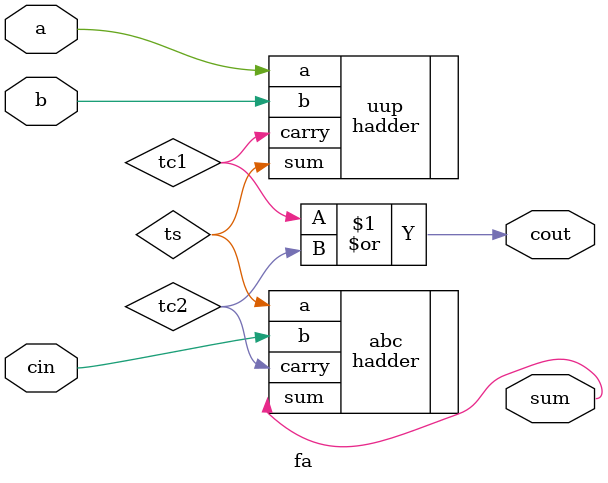
<source format=v>
`timescale 1ns/1ps

/* full adder module*/

module fa(input a, input b, input cin, output cout, output sum);

	wire tc1, tc2, ts;
	
	/* a and b are input bits to be added
	cin is the carry input bit, cout is the carry out bit
	sum is the sum bit */
	
	hadder uup(.a(a), .b(b), .sum(ts), .carry(tc1));
	hadder abc(.a(ts), .b(cin), .sum(sum), .carry(tc2));
	
	/* half adders are being used to add 3 bits 2 at a time */
		
	or (cout, tc1, tc2);
	
endmodule

</source>
